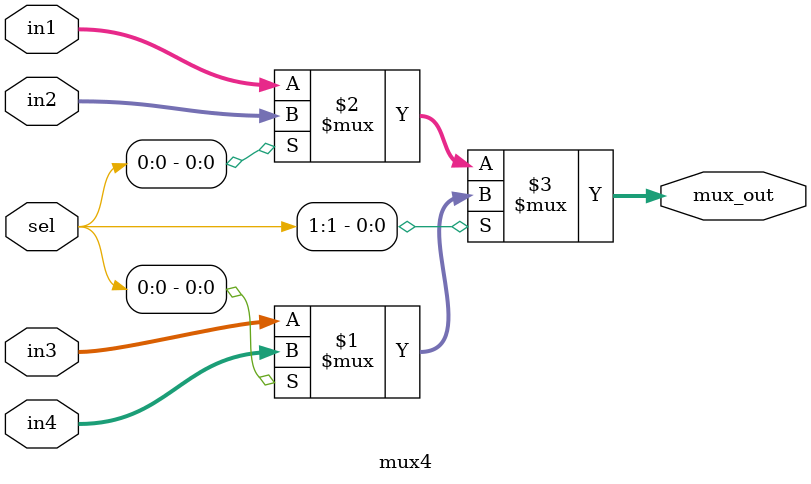
<source format=sv>
module mux4 (input [27:0] in1,
             input [27:0] in2,
			 input [27:0] in3,
			 input [27:0] in4,
			 input [1:0]  sel,
			 output [27:0] mux_out);
	
	assign mux_out = sel[1] ? (sel[0] ? in4 : in3) : (sel[0] ? in2 : in1);
	
endmodule
</source>
